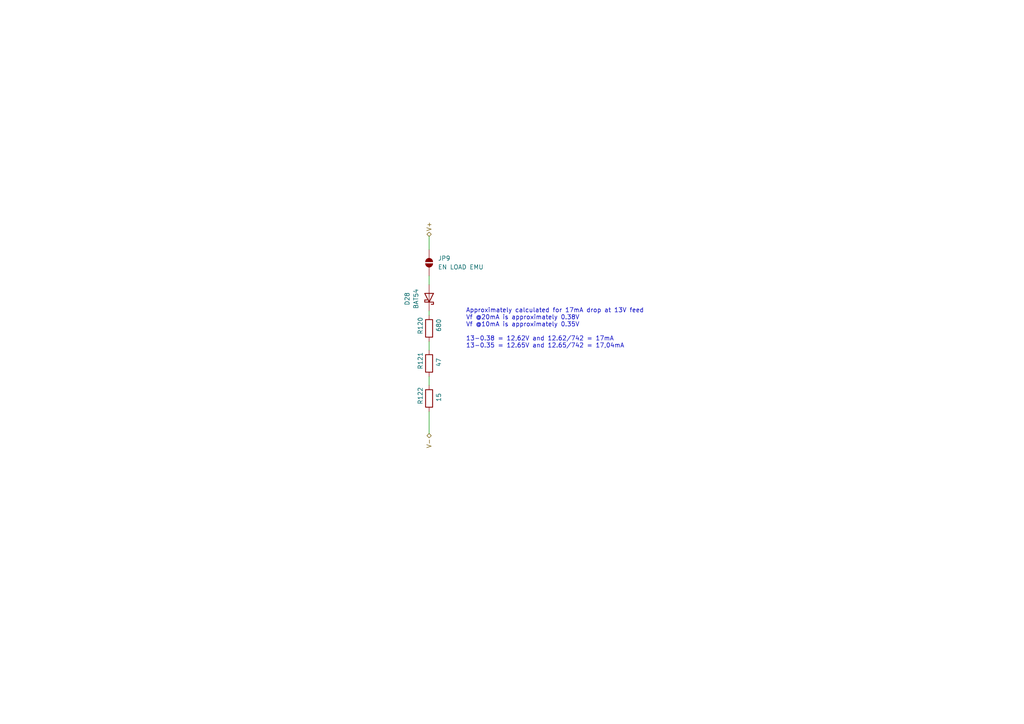
<source format=kicad_sch>
(kicad_sch (version 20250114) (generator "eeschema") (generator_version "9.0")
  (paper "A4")
  (title_block (date "2025-08-10") (rev "${PCB_REV}"))
  (lib_symbols
    (symbol "Jumper:SolderJumper_2_Open" (pin_numbers (hide yes)) (pin_names (offset 0) (hide yes)) (exclude_from_sim yes) (in_bom no)
      (property "Reference" "JP" (at 0 2.032 0))
      (property "Value" "SolderJumper_2_Open" (at 0 -2.54 0))
      (symbol "SolderJumper_2_Open_0_1"
        (polyline (pts (xy -0.254 1.016) (xy -0.254 -1.016)))
        (arc (start -0.254 -1.016) (mid -1.2656 0) (end -0.254 1.016))
        (arc (start -0.254 -1.016) (mid -1.2656 0) (end -0.254 1.016) (fill (type outline)))
        (arc (start 0.254 1.016) (mid 1.2656 0) (end 0.254 -1.016))
        (arc (start 0.254 1.016) (mid 1.2656 0) (end 0.254 -1.016) (fill (type outline)))
        (polyline (pts (xy 0.254 1.016) (xy 0.254 -1.016)))
      )
      (symbol "SolderJumper_2_Open_1_1"
        (pin passive line (at -3.81 0 0) (length 2.54) (name "A") (number "1"))
        (pin passive line (at 3.81 0 180) (length 2.54) (name "B") (number "2"))
      )
    )
    (symbol "VXDash_diodes:D_Schottky" (pin_numbers (hide yes)) (pin_names (offset 1.016) (hide yes))
      (property "Reference" "D" (at 0 2.54 0))
      (property "Value" "D_Schottky" (at 0 -2.54 0))
      (symbol "D_Schottky_0_1"
        (polyline (pts (xy -1.905 0.635) (xy -1.905 1.27) (xy -1.27 1.27) (xy -1.27 -1.27) (xy -0.635 -1.27) (xy -0.635 -0.635)) (stroke (width 0.254)))
        (polyline (pts (xy 1.27 1.27) (xy 1.27 -1.27) (xy -1.27 0) (xy 1.27 1.27)) (stroke (width 0.254)))
        (polyline (pts (xy 1.27 0) (xy -1.27 0)))
      )
      (symbol "D_Schottky_1_1"
        (pin passive line (at -3.81 0 0) (length 2.54) (name "K") (number "1"))
        (pin passive line (at 3.81 0 180) (length 2.54) (name "A") (number "2"))
      )
    )
    (symbol "VXDash_passives:Res" (pin_numbers (hide yes)) (pin_names (offset 0))
      (property "Reference" "R" (at 1.27 1.27 0))
      (property "Value" "Res" (at 1.27 -1.27 0))
      (symbol "Res_0_1"
        (rectangle (start -1.016 -2.54) (end 1.016 2.54) (stroke (width 0.254)))
      )
      (symbol "Res_1_1"
        (pin passive line (at 0 3.81 270) (length 1.27) (name "~") (number "1"))
        (pin passive line (at 0 -3.81 90) (length 1.27) (name "~") (number "2"))
      )
    )
  )
  (text "Approximately calculated for 17mA drop at 13V feed\nVf @20mA is approximately 0.38V\nVf @10mA is approximately 0.35V\n\n13-0.38 = 12,62V and 12.62/742 = 17mA\n13-0.35 = 12.65V and 12.65/742 = 17,04mA" (at 135.128 95.25 0) (effects (font (size 1.27 1.27)) (justify left)))
  (wire (pts (xy 124.46 119.38) (xy 124.46 125.73)))
  (wire (pts (xy 124.46 80.01) (xy 124.46 82.55)))
  (wire (pts (xy 124.46 68.58) (xy 124.46 72.39)))
  (wire (pts (xy 124.46 90.17) (xy 124.46 91.44)))
  (wire (pts (xy 124.46 99.06) (xy 124.46 101.6)))
  (wire (pts (xy 124.46 109.22) (xy 124.46 111.76)))
  (hierarchical_label "V+" (shape bidirectional) (at 124.46 68.58 90))
  (hierarchical_label "V-" (shape bidirectional) (at 124.46 125.73 270))
  (symbol (lib_id "VXDash_passives:Res") (at 124.46 95.25 0) (mirror y) (unit 1)
    (property "Reference" "R98" (at 121.92 97.028 90) (effects (justify left)))
    (property "Value" "680" (at 127.254 96.266 90) (effects (justify left)))
    (property "Footprint" "Resistor_SMD:R_1206_3216Metric_Pad1.30x1.75mm_HandSolder" (effects (hide yes)))
    (property "Tol" "1%" (effects (hide yes)))
    (property "Power" "250mW" (effects (hide yes)))
    (instances (project "VXDash" (path "" (reference "R120") (unit 1)) (path "" (reference "R117") (unit 1)) (path "" (reference "R111") (unit 1)) (path "" (reference "R98") (unit 1)) (path "" (reference "R123") (unit 1)) (path "" (reference "R126") (unit 1)) (path "" (reference "R114") (unit 1)) (path "" (reference "R94") (unit 1)) (path "" (reference "R108") (unit 1))))
  )
  (symbol (lib_id "VXDash_passives:Res") (at 124.46 115.57 0) (mirror y) (unit 1)
    (property "Reference" "R107" (at 121.92 117.348 90) (effects (justify left)))
    (property "Value" "15" (at 127.254 116.586 90) (effects (justify left)))
    (property "Footprint" "Resistor_SMD:R_0603_1608Metric_Pad0.98x0.95mm_HandSolder" (effects (hide yes)))
    (property "Tol" "1%" (effects (hide yes)))
    (property "Power" "100mW" (effects (hide yes)))
    (instances (project "VXDash" (path "" (reference "R122") (unit 1)) (path "" (reference "R119") (unit 1)) (path "" (reference "R113") (unit 1)) (path "" (reference "R107") (unit 1)) (path "" (reference "R125") (unit 1)) (path "" (reference "R128") (unit 1)) (path "" (reference "R116") (unit 1)) (path "" (reference "R96") (unit 1)) (path "" (reference "R110") (unit 1))))
  )
  (symbol (lib_id "VXDash_passives:Res") (at 124.46 105.41 0) (mirror y) (unit 1)
    (property "Reference" "R106" (at 121.92 107.188 90) (effects (justify left)))
    (property "Value" "47" (at 127.254 106.426 90) (effects (justify left)))
    (property "Footprint" "Resistor_SMD:R_0603_1608Metric_Pad0.98x0.95mm_HandSolder" (effects (hide yes)))
    (property "Tol" "1%" (effects (hide yes)))
    (property "Power" "100mW" (effects (hide yes)))
    (instances (project "VXDash" (path "" (reference "R121") (unit 1)) (path "" (reference "R118") (unit 1)) (path "" (reference "R112") (unit 1)) (path "" (reference "R106") (unit 1)) (path "" (reference "R124") (unit 1)) (path "" (reference "R127") (unit 1)) (path "" (reference "R115") (unit 1)) (path "" (reference "R95") (unit 1)) (path "" (reference "R109") (unit 1))))
  )
  (symbol (lib_id "VXDash_diodes:D_Schottky") (at 124.46 86.36 270) (mirror x) (unit 1)
    (property "Reference" "D23" (at 118.11 86.6775 0))
    (property "Value" "BAT54" (at 120.65 86.6775 0))
    (property "Footprint" "Diode_SMD:D_SOD-123" (effects (hide yes)))
    (property "Datasheet" "https://www.onsemi.com/pdf/datasheet/bat54t1-d.pdf" (effects (hide yes)))
    (property "Description" "Schottky diode" (effects (hide yes)))
    (property "MFT" "OnSemi" (effects (hide yes)))
    (property "MFT_PN" "BAT54T1G" (effects (hide yes)))
    (instances (project "VXDash" (path "" (reference "D28") (unit 1)) (path "" (reference "D27") (unit 1)) (path "" (reference "D25") (unit 1)) (path "" (reference "D23") (unit 1)) (path "" (reference "D29") (unit 1)) (path "" (reference "D30") (unit 1)) (path "" (reference "D26") (unit 1)) (path "" (reference "D22") (unit 1)) (path "" (reference "D24") (unit 1))))
  )
  (symbol (lib_id "Jumper:SolderJumper_2_Open") (at 124.46 76.2 90) (unit 1) (exclude_from_sim yes) (in_bom no)
    (property "Reference" "JP3" (at 127 74.9299 90) (effects (justify right)))
    (property "Value" "EN LOAD EMU" (at 127 77.4699 90) (effects (justify right)))
    (property "Description" "Solder Jumper, 2-pole, open" (effects (hide yes)))
    (instances (project "" (path "" (reference "JP9") (unit 1)) (path "" (reference "JP8") (unit 1)) (path "" (reference "JP6") (unit 1)) (path "" (reference "JP3") (unit 1)) (path "" (reference "JP10") (unit 1)) (path "" (reference "JP11") (unit 1)) (path "" (reference "JP7") (unit 1)) (path "" (reference "JP4") (unit 1)) (path "" (reference "JP5") (unit 1))))
  )
)
</source>
